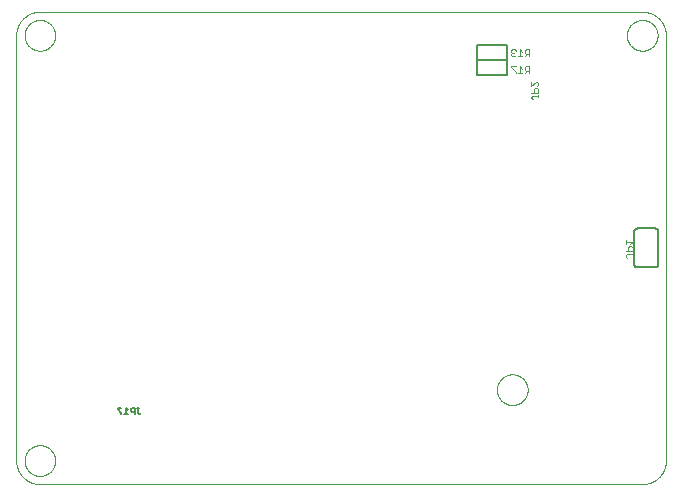
<source format=gbo>
G75*
%MOIN*%
%OFA0B0*%
%FSLAX25Y25*%
%IPPOS*%
%LPD*%
%AMOC8*
5,1,8,0,0,1.08239X$1,22.5*
%
%ADD10C,0.00001*%
%ADD11C,0.00100*%
%ADD12C,0.00800*%
%ADD13C,0.00200*%
%ADD14C,0.00500*%
D10*
X0035524Y0020000D02*
X0236311Y0020000D01*
X0236501Y0020002D01*
X0236691Y0020009D01*
X0236881Y0020021D01*
X0237071Y0020037D01*
X0237260Y0020057D01*
X0237449Y0020083D01*
X0237637Y0020112D01*
X0237824Y0020147D01*
X0238010Y0020186D01*
X0238195Y0020229D01*
X0238380Y0020277D01*
X0238563Y0020329D01*
X0238744Y0020385D01*
X0238924Y0020446D01*
X0239103Y0020512D01*
X0239280Y0020581D01*
X0239456Y0020655D01*
X0239629Y0020733D01*
X0239801Y0020816D01*
X0239970Y0020902D01*
X0240138Y0020992D01*
X0240303Y0021087D01*
X0240466Y0021185D01*
X0240626Y0021288D01*
X0240784Y0021394D01*
X0240939Y0021504D01*
X0241092Y0021617D01*
X0241242Y0021735D01*
X0241388Y0021856D01*
X0241532Y0021980D01*
X0241673Y0022108D01*
X0241811Y0022239D01*
X0241946Y0022374D01*
X0242077Y0022512D01*
X0242205Y0022653D01*
X0242329Y0022797D01*
X0242450Y0022943D01*
X0242568Y0023093D01*
X0242681Y0023246D01*
X0242791Y0023401D01*
X0242897Y0023559D01*
X0243000Y0023719D01*
X0243098Y0023882D01*
X0243193Y0024047D01*
X0243283Y0024215D01*
X0243369Y0024384D01*
X0243452Y0024556D01*
X0243530Y0024729D01*
X0243604Y0024905D01*
X0243673Y0025082D01*
X0243739Y0025261D01*
X0243800Y0025441D01*
X0243856Y0025622D01*
X0243908Y0025805D01*
X0243956Y0025990D01*
X0243999Y0026175D01*
X0244038Y0026361D01*
X0244073Y0026548D01*
X0244102Y0026736D01*
X0244128Y0026925D01*
X0244148Y0027114D01*
X0244164Y0027304D01*
X0244176Y0027494D01*
X0244183Y0027684D01*
X0244185Y0027874D01*
X0244185Y0169606D01*
X0231193Y0169606D02*
X0231195Y0169749D01*
X0231201Y0169892D01*
X0231211Y0170034D01*
X0231225Y0170176D01*
X0231243Y0170318D01*
X0231265Y0170460D01*
X0231290Y0170600D01*
X0231320Y0170740D01*
X0231354Y0170879D01*
X0231391Y0171017D01*
X0231433Y0171154D01*
X0231478Y0171289D01*
X0231527Y0171423D01*
X0231579Y0171556D01*
X0231635Y0171688D01*
X0231695Y0171817D01*
X0231759Y0171945D01*
X0231826Y0172072D01*
X0231897Y0172196D01*
X0231971Y0172318D01*
X0232048Y0172438D01*
X0232129Y0172556D01*
X0232213Y0172672D01*
X0232300Y0172785D01*
X0232390Y0172896D01*
X0232484Y0173004D01*
X0232580Y0173110D01*
X0232679Y0173212D01*
X0232782Y0173312D01*
X0232886Y0173409D01*
X0232994Y0173504D01*
X0233104Y0173595D01*
X0233217Y0173683D01*
X0233332Y0173767D01*
X0233449Y0173849D01*
X0233569Y0173927D01*
X0233690Y0174002D01*
X0233814Y0174074D01*
X0233940Y0174142D01*
X0234067Y0174206D01*
X0234197Y0174267D01*
X0234328Y0174324D01*
X0234460Y0174378D01*
X0234594Y0174427D01*
X0234729Y0174474D01*
X0234866Y0174516D01*
X0235004Y0174554D01*
X0235142Y0174589D01*
X0235282Y0174619D01*
X0235422Y0174646D01*
X0235563Y0174669D01*
X0235705Y0174688D01*
X0235847Y0174703D01*
X0235990Y0174714D01*
X0236132Y0174721D01*
X0236275Y0174724D01*
X0236418Y0174723D01*
X0236561Y0174718D01*
X0236704Y0174709D01*
X0236846Y0174696D01*
X0236988Y0174679D01*
X0237129Y0174658D01*
X0237270Y0174633D01*
X0237410Y0174605D01*
X0237549Y0174572D01*
X0237687Y0174535D01*
X0237824Y0174495D01*
X0237960Y0174451D01*
X0238095Y0174403D01*
X0238228Y0174351D01*
X0238360Y0174296D01*
X0238490Y0174237D01*
X0238619Y0174174D01*
X0238745Y0174108D01*
X0238870Y0174038D01*
X0238993Y0173965D01*
X0239113Y0173889D01*
X0239232Y0173809D01*
X0239348Y0173725D01*
X0239462Y0173639D01*
X0239573Y0173549D01*
X0239682Y0173457D01*
X0239788Y0173361D01*
X0239892Y0173263D01*
X0239993Y0173161D01*
X0240090Y0173057D01*
X0240185Y0172950D01*
X0240277Y0172841D01*
X0240366Y0172729D01*
X0240452Y0172614D01*
X0240534Y0172498D01*
X0240613Y0172378D01*
X0240689Y0172257D01*
X0240761Y0172134D01*
X0240830Y0172009D01*
X0240895Y0171882D01*
X0240957Y0171753D01*
X0241015Y0171622D01*
X0241070Y0171490D01*
X0241120Y0171356D01*
X0241167Y0171221D01*
X0241211Y0171085D01*
X0241250Y0170948D01*
X0241285Y0170809D01*
X0241317Y0170670D01*
X0241345Y0170530D01*
X0241369Y0170389D01*
X0241389Y0170247D01*
X0241405Y0170105D01*
X0241417Y0169963D01*
X0241425Y0169820D01*
X0241429Y0169677D01*
X0241429Y0169535D01*
X0241425Y0169392D01*
X0241417Y0169249D01*
X0241405Y0169107D01*
X0241389Y0168965D01*
X0241369Y0168823D01*
X0241345Y0168682D01*
X0241317Y0168542D01*
X0241285Y0168403D01*
X0241250Y0168264D01*
X0241211Y0168127D01*
X0241167Y0167991D01*
X0241120Y0167856D01*
X0241070Y0167722D01*
X0241015Y0167590D01*
X0240957Y0167459D01*
X0240895Y0167330D01*
X0240830Y0167203D01*
X0240761Y0167078D01*
X0240689Y0166955D01*
X0240613Y0166834D01*
X0240534Y0166714D01*
X0240452Y0166598D01*
X0240366Y0166483D01*
X0240277Y0166371D01*
X0240185Y0166262D01*
X0240090Y0166155D01*
X0239993Y0166051D01*
X0239892Y0165949D01*
X0239788Y0165851D01*
X0239682Y0165755D01*
X0239573Y0165663D01*
X0239462Y0165573D01*
X0239348Y0165487D01*
X0239232Y0165403D01*
X0239113Y0165323D01*
X0238993Y0165247D01*
X0238870Y0165174D01*
X0238745Y0165104D01*
X0238619Y0165038D01*
X0238490Y0164975D01*
X0238360Y0164916D01*
X0238228Y0164861D01*
X0238095Y0164809D01*
X0237960Y0164761D01*
X0237824Y0164717D01*
X0237687Y0164677D01*
X0237549Y0164640D01*
X0237410Y0164607D01*
X0237270Y0164579D01*
X0237129Y0164554D01*
X0236988Y0164533D01*
X0236846Y0164516D01*
X0236704Y0164503D01*
X0236561Y0164494D01*
X0236418Y0164489D01*
X0236275Y0164488D01*
X0236132Y0164491D01*
X0235990Y0164498D01*
X0235847Y0164509D01*
X0235705Y0164524D01*
X0235563Y0164543D01*
X0235422Y0164566D01*
X0235282Y0164593D01*
X0235142Y0164623D01*
X0235004Y0164658D01*
X0234866Y0164696D01*
X0234729Y0164738D01*
X0234594Y0164785D01*
X0234460Y0164834D01*
X0234328Y0164888D01*
X0234197Y0164945D01*
X0234067Y0165006D01*
X0233940Y0165070D01*
X0233814Y0165138D01*
X0233690Y0165210D01*
X0233569Y0165285D01*
X0233449Y0165363D01*
X0233332Y0165445D01*
X0233217Y0165529D01*
X0233104Y0165617D01*
X0232994Y0165708D01*
X0232886Y0165803D01*
X0232782Y0165900D01*
X0232679Y0166000D01*
X0232580Y0166102D01*
X0232484Y0166208D01*
X0232390Y0166316D01*
X0232300Y0166427D01*
X0232213Y0166540D01*
X0232129Y0166656D01*
X0232048Y0166774D01*
X0231971Y0166894D01*
X0231897Y0167016D01*
X0231826Y0167140D01*
X0231759Y0167267D01*
X0231695Y0167395D01*
X0231635Y0167524D01*
X0231579Y0167656D01*
X0231527Y0167789D01*
X0231478Y0167923D01*
X0231433Y0168058D01*
X0231391Y0168195D01*
X0231354Y0168333D01*
X0231320Y0168472D01*
X0231290Y0168612D01*
X0231265Y0168752D01*
X0231243Y0168894D01*
X0231225Y0169036D01*
X0231211Y0169178D01*
X0231201Y0169320D01*
X0231195Y0169463D01*
X0231193Y0169606D01*
X0236311Y0177480D02*
X0236501Y0177478D01*
X0236691Y0177471D01*
X0236881Y0177459D01*
X0237071Y0177443D01*
X0237260Y0177423D01*
X0237449Y0177397D01*
X0237637Y0177368D01*
X0237824Y0177333D01*
X0238010Y0177294D01*
X0238195Y0177251D01*
X0238380Y0177203D01*
X0238563Y0177151D01*
X0238744Y0177095D01*
X0238924Y0177034D01*
X0239103Y0176968D01*
X0239280Y0176899D01*
X0239456Y0176825D01*
X0239629Y0176747D01*
X0239801Y0176664D01*
X0239970Y0176578D01*
X0240138Y0176488D01*
X0240303Y0176393D01*
X0240466Y0176295D01*
X0240626Y0176192D01*
X0240784Y0176086D01*
X0240939Y0175976D01*
X0241092Y0175863D01*
X0241242Y0175745D01*
X0241388Y0175624D01*
X0241532Y0175500D01*
X0241673Y0175372D01*
X0241811Y0175241D01*
X0241946Y0175106D01*
X0242077Y0174968D01*
X0242205Y0174827D01*
X0242329Y0174683D01*
X0242450Y0174537D01*
X0242568Y0174387D01*
X0242681Y0174234D01*
X0242791Y0174079D01*
X0242897Y0173921D01*
X0243000Y0173761D01*
X0243098Y0173598D01*
X0243193Y0173433D01*
X0243283Y0173265D01*
X0243369Y0173096D01*
X0243452Y0172924D01*
X0243530Y0172751D01*
X0243604Y0172575D01*
X0243673Y0172398D01*
X0243739Y0172219D01*
X0243800Y0172039D01*
X0243856Y0171858D01*
X0243908Y0171675D01*
X0243956Y0171490D01*
X0243999Y0171305D01*
X0244038Y0171119D01*
X0244073Y0170932D01*
X0244102Y0170744D01*
X0244128Y0170555D01*
X0244148Y0170366D01*
X0244164Y0170176D01*
X0244176Y0169986D01*
X0244183Y0169796D01*
X0244185Y0169606D01*
X0236311Y0177480D02*
X0035524Y0177480D01*
X0030406Y0169606D02*
X0030408Y0169749D01*
X0030414Y0169892D01*
X0030424Y0170034D01*
X0030438Y0170176D01*
X0030456Y0170318D01*
X0030478Y0170460D01*
X0030503Y0170600D01*
X0030533Y0170740D01*
X0030567Y0170879D01*
X0030604Y0171017D01*
X0030646Y0171154D01*
X0030691Y0171289D01*
X0030740Y0171423D01*
X0030792Y0171556D01*
X0030848Y0171688D01*
X0030908Y0171817D01*
X0030972Y0171945D01*
X0031039Y0172072D01*
X0031110Y0172196D01*
X0031184Y0172318D01*
X0031261Y0172438D01*
X0031342Y0172556D01*
X0031426Y0172672D01*
X0031513Y0172785D01*
X0031603Y0172896D01*
X0031697Y0173004D01*
X0031793Y0173110D01*
X0031892Y0173212D01*
X0031995Y0173312D01*
X0032099Y0173409D01*
X0032207Y0173504D01*
X0032317Y0173595D01*
X0032430Y0173683D01*
X0032545Y0173767D01*
X0032662Y0173849D01*
X0032782Y0173927D01*
X0032903Y0174002D01*
X0033027Y0174074D01*
X0033153Y0174142D01*
X0033280Y0174206D01*
X0033410Y0174267D01*
X0033541Y0174324D01*
X0033673Y0174378D01*
X0033807Y0174427D01*
X0033942Y0174474D01*
X0034079Y0174516D01*
X0034217Y0174554D01*
X0034355Y0174589D01*
X0034495Y0174619D01*
X0034635Y0174646D01*
X0034776Y0174669D01*
X0034918Y0174688D01*
X0035060Y0174703D01*
X0035203Y0174714D01*
X0035345Y0174721D01*
X0035488Y0174724D01*
X0035631Y0174723D01*
X0035774Y0174718D01*
X0035917Y0174709D01*
X0036059Y0174696D01*
X0036201Y0174679D01*
X0036342Y0174658D01*
X0036483Y0174633D01*
X0036623Y0174605D01*
X0036762Y0174572D01*
X0036900Y0174535D01*
X0037037Y0174495D01*
X0037173Y0174451D01*
X0037308Y0174403D01*
X0037441Y0174351D01*
X0037573Y0174296D01*
X0037703Y0174237D01*
X0037832Y0174174D01*
X0037958Y0174108D01*
X0038083Y0174038D01*
X0038206Y0173965D01*
X0038326Y0173889D01*
X0038445Y0173809D01*
X0038561Y0173725D01*
X0038675Y0173639D01*
X0038786Y0173549D01*
X0038895Y0173457D01*
X0039001Y0173361D01*
X0039105Y0173263D01*
X0039206Y0173161D01*
X0039303Y0173057D01*
X0039398Y0172950D01*
X0039490Y0172841D01*
X0039579Y0172729D01*
X0039665Y0172614D01*
X0039747Y0172498D01*
X0039826Y0172378D01*
X0039902Y0172257D01*
X0039974Y0172134D01*
X0040043Y0172009D01*
X0040108Y0171882D01*
X0040170Y0171753D01*
X0040228Y0171622D01*
X0040283Y0171490D01*
X0040333Y0171356D01*
X0040380Y0171221D01*
X0040424Y0171085D01*
X0040463Y0170948D01*
X0040498Y0170809D01*
X0040530Y0170670D01*
X0040558Y0170530D01*
X0040582Y0170389D01*
X0040602Y0170247D01*
X0040618Y0170105D01*
X0040630Y0169963D01*
X0040638Y0169820D01*
X0040642Y0169677D01*
X0040642Y0169535D01*
X0040638Y0169392D01*
X0040630Y0169249D01*
X0040618Y0169107D01*
X0040602Y0168965D01*
X0040582Y0168823D01*
X0040558Y0168682D01*
X0040530Y0168542D01*
X0040498Y0168403D01*
X0040463Y0168264D01*
X0040424Y0168127D01*
X0040380Y0167991D01*
X0040333Y0167856D01*
X0040283Y0167722D01*
X0040228Y0167590D01*
X0040170Y0167459D01*
X0040108Y0167330D01*
X0040043Y0167203D01*
X0039974Y0167078D01*
X0039902Y0166955D01*
X0039826Y0166834D01*
X0039747Y0166714D01*
X0039665Y0166598D01*
X0039579Y0166483D01*
X0039490Y0166371D01*
X0039398Y0166262D01*
X0039303Y0166155D01*
X0039206Y0166051D01*
X0039105Y0165949D01*
X0039001Y0165851D01*
X0038895Y0165755D01*
X0038786Y0165663D01*
X0038675Y0165573D01*
X0038561Y0165487D01*
X0038445Y0165403D01*
X0038326Y0165323D01*
X0038206Y0165247D01*
X0038083Y0165174D01*
X0037958Y0165104D01*
X0037832Y0165038D01*
X0037703Y0164975D01*
X0037573Y0164916D01*
X0037441Y0164861D01*
X0037308Y0164809D01*
X0037173Y0164761D01*
X0037037Y0164717D01*
X0036900Y0164677D01*
X0036762Y0164640D01*
X0036623Y0164607D01*
X0036483Y0164579D01*
X0036342Y0164554D01*
X0036201Y0164533D01*
X0036059Y0164516D01*
X0035917Y0164503D01*
X0035774Y0164494D01*
X0035631Y0164489D01*
X0035488Y0164488D01*
X0035345Y0164491D01*
X0035203Y0164498D01*
X0035060Y0164509D01*
X0034918Y0164524D01*
X0034776Y0164543D01*
X0034635Y0164566D01*
X0034495Y0164593D01*
X0034355Y0164623D01*
X0034217Y0164658D01*
X0034079Y0164696D01*
X0033942Y0164738D01*
X0033807Y0164785D01*
X0033673Y0164834D01*
X0033541Y0164888D01*
X0033410Y0164945D01*
X0033280Y0165006D01*
X0033153Y0165070D01*
X0033027Y0165138D01*
X0032903Y0165210D01*
X0032782Y0165285D01*
X0032662Y0165363D01*
X0032545Y0165445D01*
X0032430Y0165529D01*
X0032317Y0165617D01*
X0032207Y0165708D01*
X0032099Y0165803D01*
X0031995Y0165900D01*
X0031892Y0166000D01*
X0031793Y0166102D01*
X0031697Y0166208D01*
X0031603Y0166316D01*
X0031513Y0166427D01*
X0031426Y0166540D01*
X0031342Y0166656D01*
X0031261Y0166774D01*
X0031184Y0166894D01*
X0031110Y0167016D01*
X0031039Y0167140D01*
X0030972Y0167267D01*
X0030908Y0167395D01*
X0030848Y0167524D01*
X0030792Y0167656D01*
X0030740Y0167789D01*
X0030691Y0167923D01*
X0030646Y0168058D01*
X0030604Y0168195D01*
X0030567Y0168333D01*
X0030533Y0168472D01*
X0030503Y0168612D01*
X0030478Y0168752D01*
X0030456Y0168894D01*
X0030438Y0169036D01*
X0030424Y0169178D01*
X0030414Y0169320D01*
X0030408Y0169463D01*
X0030406Y0169606D01*
X0027650Y0169606D02*
X0027650Y0027874D01*
X0030406Y0027874D02*
X0030408Y0028017D01*
X0030414Y0028160D01*
X0030424Y0028302D01*
X0030438Y0028444D01*
X0030456Y0028586D01*
X0030478Y0028728D01*
X0030503Y0028868D01*
X0030533Y0029008D01*
X0030567Y0029147D01*
X0030604Y0029285D01*
X0030646Y0029422D01*
X0030691Y0029557D01*
X0030740Y0029691D01*
X0030792Y0029824D01*
X0030848Y0029956D01*
X0030908Y0030085D01*
X0030972Y0030213D01*
X0031039Y0030340D01*
X0031110Y0030464D01*
X0031184Y0030586D01*
X0031261Y0030706D01*
X0031342Y0030824D01*
X0031426Y0030940D01*
X0031513Y0031053D01*
X0031603Y0031164D01*
X0031697Y0031272D01*
X0031793Y0031378D01*
X0031892Y0031480D01*
X0031995Y0031580D01*
X0032099Y0031677D01*
X0032207Y0031772D01*
X0032317Y0031863D01*
X0032430Y0031951D01*
X0032545Y0032035D01*
X0032662Y0032117D01*
X0032782Y0032195D01*
X0032903Y0032270D01*
X0033027Y0032342D01*
X0033153Y0032410D01*
X0033280Y0032474D01*
X0033410Y0032535D01*
X0033541Y0032592D01*
X0033673Y0032646D01*
X0033807Y0032695D01*
X0033942Y0032742D01*
X0034079Y0032784D01*
X0034217Y0032822D01*
X0034355Y0032857D01*
X0034495Y0032887D01*
X0034635Y0032914D01*
X0034776Y0032937D01*
X0034918Y0032956D01*
X0035060Y0032971D01*
X0035203Y0032982D01*
X0035345Y0032989D01*
X0035488Y0032992D01*
X0035631Y0032991D01*
X0035774Y0032986D01*
X0035917Y0032977D01*
X0036059Y0032964D01*
X0036201Y0032947D01*
X0036342Y0032926D01*
X0036483Y0032901D01*
X0036623Y0032873D01*
X0036762Y0032840D01*
X0036900Y0032803D01*
X0037037Y0032763D01*
X0037173Y0032719D01*
X0037308Y0032671D01*
X0037441Y0032619D01*
X0037573Y0032564D01*
X0037703Y0032505D01*
X0037832Y0032442D01*
X0037958Y0032376D01*
X0038083Y0032306D01*
X0038206Y0032233D01*
X0038326Y0032157D01*
X0038445Y0032077D01*
X0038561Y0031993D01*
X0038675Y0031907D01*
X0038786Y0031817D01*
X0038895Y0031725D01*
X0039001Y0031629D01*
X0039105Y0031531D01*
X0039206Y0031429D01*
X0039303Y0031325D01*
X0039398Y0031218D01*
X0039490Y0031109D01*
X0039579Y0030997D01*
X0039665Y0030882D01*
X0039747Y0030766D01*
X0039826Y0030646D01*
X0039902Y0030525D01*
X0039974Y0030402D01*
X0040043Y0030277D01*
X0040108Y0030150D01*
X0040170Y0030021D01*
X0040228Y0029890D01*
X0040283Y0029758D01*
X0040333Y0029624D01*
X0040380Y0029489D01*
X0040424Y0029353D01*
X0040463Y0029216D01*
X0040498Y0029077D01*
X0040530Y0028938D01*
X0040558Y0028798D01*
X0040582Y0028657D01*
X0040602Y0028515D01*
X0040618Y0028373D01*
X0040630Y0028231D01*
X0040638Y0028088D01*
X0040642Y0027945D01*
X0040642Y0027803D01*
X0040638Y0027660D01*
X0040630Y0027517D01*
X0040618Y0027375D01*
X0040602Y0027233D01*
X0040582Y0027091D01*
X0040558Y0026950D01*
X0040530Y0026810D01*
X0040498Y0026671D01*
X0040463Y0026532D01*
X0040424Y0026395D01*
X0040380Y0026259D01*
X0040333Y0026124D01*
X0040283Y0025990D01*
X0040228Y0025858D01*
X0040170Y0025727D01*
X0040108Y0025598D01*
X0040043Y0025471D01*
X0039974Y0025346D01*
X0039902Y0025223D01*
X0039826Y0025102D01*
X0039747Y0024982D01*
X0039665Y0024866D01*
X0039579Y0024751D01*
X0039490Y0024639D01*
X0039398Y0024530D01*
X0039303Y0024423D01*
X0039206Y0024319D01*
X0039105Y0024217D01*
X0039001Y0024119D01*
X0038895Y0024023D01*
X0038786Y0023931D01*
X0038675Y0023841D01*
X0038561Y0023755D01*
X0038445Y0023671D01*
X0038326Y0023591D01*
X0038206Y0023515D01*
X0038083Y0023442D01*
X0037958Y0023372D01*
X0037832Y0023306D01*
X0037703Y0023243D01*
X0037573Y0023184D01*
X0037441Y0023129D01*
X0037308Y0023077D01*
X0037173Y0023029D01*
X0037037Y0022985D01*
X0036900Y0022945D01*
X0036762Y0022908D01*
X0036623Y0022875D01*
X0036483Y0022847D01*
X0036342Y0022822D01*
X0036201Y0022801D01*
X0036059Y0022784D01*
X0035917Y0022771D01*
X0035774Y0022762D01*
X0035631Y0022757D01*
X0035488Y0022756D01*
X0035345Y0022759D01*
X0035203Y0022766D01*
X0035060Y0022777D01*
X0034918Y0022792D01*
X0034776Y0022811D01*
X0034635Y0022834D01*
X0034495Y0022861D01*
X0034355Y0022891D01*
X0034217Y0022926D01*
X0034079Y0022964D01*
X0033942Y0023006D01*
X0033807Y0023053D01*
X0033673Y0023102D01*
X0033541Y0023156D01*
X0033410Y0023213D01*
X0033280Y0023274D01*
X0033153Y0023338D01*
X0033027Y0023406D01*
X0032903Y0023478D01*
X0032782Y0023553D01*
X0032662Y0023631D01*
X0032545Y0023713D01*
X0032430Y0023797D01*
X0032317Y0023885D01*
X0032207Y0023976D01*
X0032099Y0024071D01*
X0031995Y0024168D01*
X0031892Y0024268D01*
X0031793Y0024370D01*
X0031697Y0024476D01*
X0031603Y0024584D01*
X0031513Y0024695D01*
X0031426Y0024808D01*
X0031342Y0024924D01*
X0031261Y0025042D01*
X0031184Y0025162D01*
X0031110Y0025284D01*
X0031039Y0025408D01*
X0030972Y0025535D01*
X0030908Y0025663D01*
X0030848Y0025792D01*
X0030792Y0025924D01*
X0030740Y0026057D01*
X0030691Y0026191D01*
X0030646Y0026326D01*
X0030604Y0026463D01*
X0030567Y0026601D01*
X0030533Y0026740D01*
X0030503Y0026880D01*
X0030478Y0027020D01*
X0030456Y0027162D01*
X0030438Y0027304D01*
X0030424Y0027446D01*
X0030414Y0027588D01*
X0030408Y0027731D01*
X0030406Y0027874D01*
X0027650Y0027874D02*
X0027652Y0027684D01*
X0027659Y0027494D01*
X0027671Y0027304D01*
X0027687Y0027114D01*
X0027707Y0026925D01*
X0027733Y0026736D01*
X0027762Y0026548D01*
X0027797Y0026361D01*
X0027836Y0026175D01*
X0027879Y0025990D01*
X0027927Y0025805D01*
X0027979Y0025622D01*
X0028035Y0025441D01*
X0028096Y0025261D01*
X0028162Y0025082D01*
X0028231Y0024905D01*
X0028305Y0024729D01*
X0028383Y0024556D01*
X0028466Y0024384D01*
X0028552Y0024215D01*
X0028642Y0024047D01*
X0028737Y0023882D01*
X0028835Y0023719D01*
X0028938Y0023559D01*
X0029044Y0023401D01*
X0029154Y0023246D01*
X0029267Y0023093D01*
X0029385Y0022943D01*
X0029506Y0022797D01*
X0029630Y0022653D01*
X0029758Y0022512D01*
X0029889Y0022374D01*
X0030024Y0022239D01*
X0030162Y0022108D01*
X0030303Y0021980D01*
X0030447Y0021856D01*
X0030593Y0021735D01*
X0030743Y0021617D01*
X0030896Y0021504D01*
X0031051Y0021394D01*
X0031209Y0021288D01*
X0031369Y0021185D01*
X0031532Y0021087D01*
X0031697Y0020992D01*
X0031865Y0020902D01*
X0032034Y0020816D01*
X0032206Y0020733D01*
X0032379Y0020655D01*
X0032555Y0020581D01*
X0032732Y0020512D01*
X0032911Y0020446D01*
X0033091Y0020385D01*
X0033272Y0020329D01*
X0033455Y0020277D01*
X0033640Y0020229D01*
X0033825Y0020186D01*
X0034011Y0020147D01*
X0034198Y0020112D01*
X0034386Y0020083D01*
X0034575Y0020057D01*
X0034764Y0020037D01*
X0034954Y0020021D01*
X0035144Y0020009D01*
X0035334Y0020002D01*
X0035524Y0020000D01*
X0187886Y0051496D02*
X0187888Y0051639D01*
X0187894Y0051782D01*
X0187904Y0051924D01*
X0187918Y0052066D01*
X0187936Y0052208D01*
X0187958Y0052350D01*
X0187983Y0052490D01*
X0188013Y0052630D01*
X0188047Y0052769D01*
X0188084Y0052907D01*
X0188126Y0053044D01*
X0188171Y0053179D01*
X0188220Y0053313D01*
X0188272Y0053446D01*
X0188328Y0053578D01*
X0188388Y0053707D01*
X0188452Y0053835D01*
X0188519Y0053962D01*
X0188590Y0054086D01*
X0188664Y0054208D01*
X0188741Y0054328D01*
X0188822Y0054446D01*
X0188906Y0054562D01*
X0188993Y0054675D01*
X0189083Y0054786D01*
X0189177Y0054894D01*
X0189273Y0055000D01*
X0189372Y0055102D01*
X0189475Y0055202D01*
X0189579Y0055299D01*
X0189687Y0055394D01*
X0189797Y0055485D01*
X0189910Y0055573D01*
X0190025Y0055657D01*
X0190142Y0055739D01*
X0190262Y0055817D01*
X0190383Y0055892D01*
X0190507Y0055964D01*
X0190633Y0056032D01*
X0190760Y0056096D01*
X0190890Y0056157D01*
X0191021Y0056214D01*
X0191153Y0056268D01*
X0191287Y0056317D01*
X0191422Y0056364D01*
X0191559Y0056406D01*
X0191697Y0056444D01*
X0191835Y0056479D01*
X0191975Y0056509D01*
X0192115Y0056536D01*
X0192256Y0056559D01*
X0192398Y0056578D01*
X0192540Y0056593D01*
X0192683Y0056604D01*
X0192825Y0056611D01*
X0192968Y0056614D01*
X0193111Y0056613D01*
X0193254Y0056608D01*
X0193397Y0056599D01*
X0193539Y0056586D01*
X0193681Y0056569D01*
X0193822Y0056548D01*
X0193963Y0056523D01*
X0194103Y0056495D01*
X0194242Y0056462D01*
X0194380Y0056425D01*
X0194517Y0056385D01*
X0194653Y0056341D01*
X0194788Y0056293D01*
X0194921Y0056241D01*
X0195053Y0056186D01*
X0195183Y0056127D01*
X0195312Y0056064D01*
X0195438Y0055998D01*
X0195563Y0055928D01*
X0195686Y0055855D01*
X0195806Y0055779D01*
X0195925Y0055699D01*
X0196041Y0055615D01*
X0196155Y0055529D01*
X0196266Y0055439D01*
X0196375Y0055347D01*
X0196481Y0055251D01*
X0196585Y0055153D01*
X0196686Y0055051D01*
X0196783Y0054947D01*
X0196878Y0054840D01*
X0196970Y0054731D01*
X0197059Y0054619D01*
X0197145Y0054504D01*
X0197227Y0054388D01*
X0197306Y0054268D01*
X0197382Y0054147D01*
X0197454Y0054024D01*
X0197523Y0053899D01*
X0197588Y0053772D01*
X0197650Y0053643D01*
X0197708Y0053512D01*
X0197763Y0053380D01*
X0197813Y0053246D01*
X0197860Y0053111D01*
X0197904Y0052975D01*
X0197943Y0052838D01*
X0197978Y0052699D01*
X0198010Y0052560D01*
X0198038Y0052420D01*
X0198062Y0052279D01*
X0198082Y0052137D01*
X0198098Y0051995D01*
X0198110Y0051853D01*
X0198118Y0051710D01*
X0198122Y0051567D01*
X0198122Y0051425D01*
X0198118Y0051282D01*
X0198110Y0051139D01*
X0198098Y0050997D01*
X0198082Y0050855D01*
X0198062Y0050713D01*
X0198038Y0050572D01*
X0198010Y0050432D01*
X0197978Y0050293D01*
X0197943Y0050154D01*
X0197904Y0050017D01*
X0197860Y0049881D01*
X0197813Y0049746D01*
X0197763Y0049612D01*
X0197708Y0049480D01*
X0197650Y0049349D01*
X0197588Y0049220D01*
X0197523Y0049093D01*
X0197454Y0048968D01*
X0197382Y0048845D01*
X0197306Y0048724D01*
X0197227Y0048604D01*
X0197145Y0048488D01*
X0197059Y0048373D01*
X0196970Y0048261D01*
X0196878Y0048152D01*
X0196783Y0048045D01*
X0196686Y0047941D01*
X0196585Y0047839D01*
X0196481Y0047741D01*
X0196375Y0047645D01*
X0196266Y0047553D01*
X0196155Y0047463D01*
X0196041Y0047377D01*
X0195925Y0047293D01*
X0195806Y0047213D01*
X0195686Y0047137D01*
X0195563Y0047064D01*
X0195438Y0046994D01*
X0195312Y0046928D01*
X0195183Y0046865D01*
X0195053Y0046806D01*
X0194921Y0046751D01*
X0194788Y0046699D01*
X0194653Y0046651D01*
X0194517Y0046607D01*
X0194380Y0046567D01*
X0194242Y0046530D01*
X0194103Y0046497D01*
X0193963Y0046469D01*
X0193822Y0046444D01*
X0193681Y0046423D01*
X0193539Y0046406D01*
X0193397Y0046393D01*
X0193254Y0046384D01*
X0193111Y0046379D01*
X0192968Y0046378D01*
X0192825Y0046381D01*
X0192683Y0046388D01*
X0192540Y0046399D01*
X0192398Y0046414D01*
X0192256Y0046433D01*
X0192115Y0046456D01*
X0191975Y0046483D01*
X0191835Y0046513D01*
X0191697Y0046548D01*
X0191559Y0046586D01*
X0191422Y0046628D01*
X0191287Y0046675D01*
X0191153Y0046724D01*
X0191021Y0046778D01*
X0190890Y0046835D01*
X0190760Y0046896D01*
X0190633Y0046960D01*
X0190507Y0047028D01*
X0190383Y0047100D01*
X0190262Y0047175D01*
X0190142Y0047253D01*
X0190025Y0047335D01*
X0189910Y0047419D01*
X0189797Y0047507D01*
X0189687Y0047598D01*
X0189579Y0047693D01*
X0189475Y0047790D01*
X0189372Y0047890D01*
X0189273Y0047992D01*
X0189177Y0048098D01*
X0189083Y0048206D01*
X0188993Y0048317D01*
X0188906Y0048430D01*
X0188822Y0048546D01*
X0188741Y0048664D01*
X0188664Y0048784D01*
X0188590Y0048906D01*
X0188519Y0049030D01*
X0188452Y0049157D01*
X0188388Y0049285D01*
X0188328Y0049414D01*
X0188272Y0049546D01*
X0188220Y0049679D01*
X0188171Y0049813D01*
X0188126Y0049948D01*
X0188084Y0050085D01*
X0188047Y0050223D01*
X0188013Y0050362D01*
X0187983Y0050502D01*
X0187958Y0050642D01*
X0187936Y0050784D01*
X0187918Y0050926D01*
X0187904Y0051068D01*
X0187894Y0051210D01*
X0187888Y0051353D01*
X0187886Y0051496D01*
X0035524Y0177480D02*
X0035334Y0177478D01*
X0035144Y0177471D01*
X0034954Y0177459D01*
X0034764Y0177443D01*
X0034575Y0177423D01*
X0034386Y0177397D01*
X0034198Y0177368D01*
X0034011Y0177333D01*
X0033825Y0177294D01*
X0033640Y0177251D01*
X0033455Y0177203D01*
X0033272Y0177151D01*
X0033091Y0177095D01*
X0032911Y0177034D01*
X0032732Y0176968D01*
X0032555Y0176899D01*
X0032379Y0176825D01*
X0032206Y0176747D01*
X0032034Y0176664D01*
X0031865Y0176578D01*
X0031697Y0176488D01*
X0031532Y0176393D01*
X0031369Y0176295D01*
X0031209Y0176192D01*
X0031051Y0176086D01*
X0030896Y0175976D01*
X0030743Y0175863D01*
X0030593Y0175745D01*
X0030447Y0175624D01*
X0030303Y0175500D01*
X0030162Y0175372D01*
X0030024Y0175241D01*
X0029889Y0175106D01*
X0029758Y0174968D01*
X0029630Y0174827D01*
X0029506Y0174683D01*
X0029385Y0174537D01*
X0029267Y0174387D01*
X0029154Y0174234D01*
X0029044Y0174079D01*
X0028938Y0173921D01*
X0028835Y0173761D01*
X0028737Y0173598D01*
X0028642Y0173433D01*
X0028552Y0173265D01*
X0028466Y0173096D01*
X0028383Y0172924D01*
X0028305Y0172751D01*
X0028231Y0172575D01*
X0028162Y0172398D01*
X0028096Y0172219D01*
X0028035Y0172039D01*
X0027979Y0171858D01*
X0027927Y0171675D01*
X0027879Y0171490D01*
X0027836Y0171305D01*
X0027797Y0171119D01*
X0027762Y0170932D01*
X0027733Y0170744D01*
X0027707Y0170555D01*
X0027687Y0170366D01*
X0027671Y0170176D01*
X0027659Y0169986D01*
X0027652Y0169796D01*
X0027650Y0169606D01*
D11*
X0199387Y0154215D02*
X0199387Y0152680D01*
X0200922Y0154215D01*
X0201306Y0154215D01*
X0201689Y0153831D01*
X0201689Y0153064D01*
X0201306Y0152680D01*
X0201306Y0152005D02*
X0200538Y0152005D01*
X0200155Y0151621D01*
X0200155Y0150470D01*
X0199387Y0150470D02*
X0201689Y0150470D01*
X0201689Y0151621D01*
X0201306Y0152005D01*
X0201689Y0149795D02*
X0201689Y0149027D01*
X0201689Y0149411D02*
X0199771Y0149411D01*
X0199387Y0149027D01*
X0199387Y0148644D01*
X0199771Y0148260D01*
X0230800Y0101440D02*
X0230800Y0099905D01*
X0230800Y0100672D02*
X0233102Y0100672D01*
X0232335Y0099905D01*
X0232718Y0099230D02*
X0231951Y0099230D01*
X0231567Y0098846D01*
X0231567Y0097695D01*
X0230800Y0097695D02*
X0233102Y0097695D01*
X0233102Y0098846D01*
X0232718Y0099230D01*
X0233102Y0097020D02*
X0233102Y0096252D01*
X0233102Y0096636D02*
X0231184Y0096636D01*
X0230800Y0096252D01*
X0230800Y0095869D01*
X0231184Y0095485D01*
D12*
X0233650Y0093250D02*
X0233650Y0104250D01*
X0233652Y0104310D01*
X0233657Y0104371D01*
X0233666Y0104430D01*
X0233679Y0104489D01*
X0233695Y0104548D01*
X0233715Y0104605D01*
X0233738Y0104660D01*
X0233765Y0104715D01*
X0233794Y0104767D01*
X0233827Y0104818D01*
X0233863Y0104867D01*
X0233901Y0104913D01*
X0233943Y0104957D01*
X0233987Y0104999D01*
X0234033Y0105037D01*
X0234082Y0105073D01*
X0234133Y0105106D01*
X0234185Y0105135D01*
X0234240Y0105162D01*
X0234295Y0105185D01*
X0234352Y0105205D01*
X0234411Y0105221D01*
X0234470Y0105234D01*
X0234529Y0105243D01*
X0234590Y0105248D01*
X0234650Y0105250D01*
X0240650Y0105250D01*
X0240710Y0105248D01*
X0240771Y0105243D01*
X0240830Y0105234D01*
X0240889Y0105221D01*
X0240948Y0105205D01*
X0241005Y0105185D01*
X0241060Y0105162D01*
X0241115Y0105135D01*
X0241167Y0105106D01*
X0241218Y0105073D01*
X0241267Y0105037D01*
X0241313Y0104999D01*
X0241357Y0104957D01*
X0241399Y0104913D01*
X0241437Y0104867D01*
X0241473Y0104818D01*
X0241506Y0104767D01*
X0241535Y0104715D01*
X0241562Y0104660D01*
X0241585Y0104605D01*
X0241605Y0104548D01*
X0241621Y0104489D01*
X0241634Y0104430D01*
X0241643Y0104371D01*
X0241648Y0104310D01*
X0241650Y0104250D01*
X0241650Y0093250D01*
X0241648Y0093190D01*
X0241643Y0093129D01*
X0241634Y0093070D01*
X0241621Y0093011D01*
X0241605Y0092952D01*
X0241585Y0092895D01*
X0241562Y0092840D01*
X0241535Y0092785D01*
X0241506Y0092733D01*
X0241473Y0092682D01*
X0241437Y0092633D01*
X0241399Y0092587D01*
X0241357Y0092543D01*
X0241313Y0092501D01*
X0241267Y0092463D01*
X0241218Y0092427D01*
X0241167Y0092394D01*
X0241115Y0092365D01*
X0241060Y0092338D01*
X0241005Y0092315D01*
X0240948Y0092295D01*
X0240889Y0092279D01*
X0240830Y0092266D01*
X0240771Y0092257D01*
X0240710Y0092252D01*
X0240650Y0092250D01*
X0234650Y0092250D01*
X0234590Y0092252D01*
X0234529Y0092257D01*
X0234470Y0092266D01*
X0234411Y0092279D01*
X0234352Y0092295D01*
X0234295Y0092315D01*
X0234240Y0092338D01*
X0234185Y0092365D01*
X0234133Y0092394D01*
X0234082Y0092427D01*
X0234033Y0092463D01*
X0233987Y0092501D01*
X0233943Y0092543D01*
X0233901Y0092587D01*
X0233863Y0092633D01*
X0233827Y0092682D01*
X0233794Y0092733D01*
X0233765Y0092785D01*
X0233738Y0092840D01*
X0233715Y0092895D01*
X0233695Y0092952D01*
X0233679Y0093011D01*
X0233666Y0093070D01*
X0233657Y0093129D01*
X0233652Y0093190D01*
X0233650Y0093250D01*
X0191400Y0156250D02*
X0181400Y0156250D01*
X0181400Y0161250D01*
X0191400Y0161250D01*
X0191400Y0156250D01*
X0191400Y0161250D02*
X0181400Y0161250D01*
X0181400Y0166250D01*
X0191400Y0166250D01*
X0191400Y0161250D01*
D13*
X0193034Y0162700D02*
X0193768Y0162700D01*
X0194135Y0163067D01*
X0194877Y0162700D02*
X0196345Y0162700D01*
X0195611Y0162700D02*
X0195611Y0164902D01*
X0196345Y0164168D01*
X0197087Y0164535D02*
X0197087Y0163801D01*
X0197454Y0163434D01*
X0198555Y0163434D01*
X0198555Y0162700D02*
X0198555Y0164902D01*
X0197454Y0164902D01*
X0197087Y0164535D01*
X0197821Y0163434D02*
X0197087Y0162700D01*
X0194135Y0164535D02*
X0193768Y0164902D01*
X0193034Y0164902D01*
X0192667Y0164535D01*
X0192667Y0164168D01*
X0193034Y0163801D01*
X0192667Y0163434D01*
X0192667Y0163067D01*
X0193034Y0162700D01*
X0193034Y0163801D02*
X0193401Y0163801D01*
X0194135Y0159277D02*
X0192667Y0159277D01*
X0192667Y0158910D01*
X0194135Y0157442D01*
X0194135Y0157075D01*
X0194877Y0157075D02*
X0196345Y0157075D01*
X0195611Y0157075D02*
X0195611Y0159277D01*
X0196345Y0158543D01*
X0197087Y0158910D02*
X0197087Y0158176D01*
X0197454Y0157809D01*
X0198555Y0157809D01*
X0198555Y0157075D02*
X0198555Y0159277D01*
X0197454Y0159277D01*
X0197087Y0158910D01*
X0197821Y0157809D02*
X0197087Y0157075D01*
D14*
X0068686Y0045402D02*
X0068052Y0045402D01*
X0068369Y0045402D02*
X0068369Y0043817D01*
X0068686Y0043500D01*
X0069003Y0043500D01*
X0069320Y0043817D01*
X0067110Y0044134D02*
X0066159Y0044134D01*
X0065842Y0044451D01*
X0065842Y0045085D01*
X0066159Y0045402D01*
X0067110Y0045402D01*
X0067110Y0043500D01*
X0064900Y0043500D02*
X0063632Y0043500D01*
X0064266Y0043500D02*
X0064266Y0045402D01*
X0064900Y0044768D01*
X0062690Y0045402D02*
X0061422Y0045402D01*
X0061422Y0045085D01*
X0062690Y0043817D01*
X0062690Y0043500D01*
M02*

</source>
